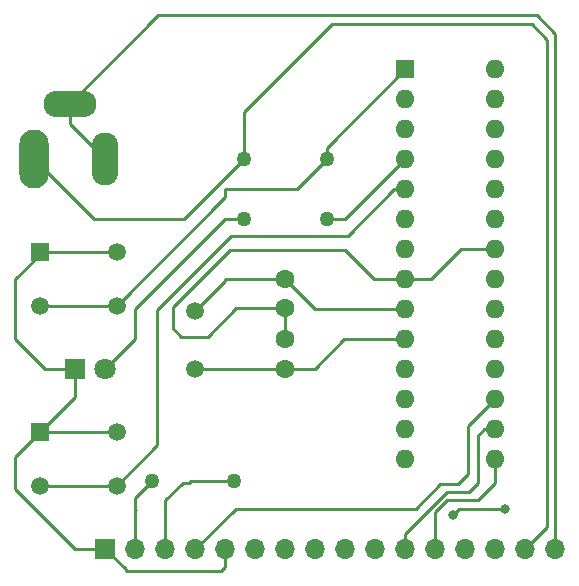
<source format=gbr>
%TF.GenerationSoftware,KiCad,Pcbnew,7.0.6*%
%TF.CreationDate,2023-08-09T01:09:07+05:30*%
%TF.ProjectId,arduinotask,61726475-696e-46f7-9461-736b2e6b6963,rev?*%
%TF.SameCoordinates,Original*%
%TF.FileFunction,Copper,L2,Bot*%
%TF.FilePolarity,Positive*%
%FSLAX46Y46*%
G04 Gerber Fmt 4.6, Leading zero omitted, Abs format (unit mm)*
G04 Created by KiCad (PCBNEW 7.0.6) date 2023-08-09 01:09:07*
%MOMM*%
%LPD*%
G01*
G04 APERTURE LIST*
%TA.AperFunction,ComponentPad*%
%ADD10C,1.600000*%
%TD*%
%TA.AperFunction,ComponentPad*%
%ADD11C,1.498000*%
%TD*%
%TA.AperFunction,ComponentPad*%
%ADD12R,1.498000X1.498000*%
%TD*%
%TA.AperFunction,ComponentPad*%
%ADD13O,1.700000X1.700000*%
%TD*%
%TA.AperFunction,ComponentPad*%
%ADD14R,1.700000X1.700000*%
%TD*%
%TA.AperFunction,ComponentPad*%
%ADD15C,1.500000*%
%TD*%
%TA.AperFunction,ComponentPad*%
%ADD16C,1.258000*%
%TD*%
%TA.AperFunction,ComponentPad*%
%ADD17O,4.500000X2.250000*%
%TD*%
%TA.AperFunction,ComponentPad*%
%ADD18O,2.250000X4.500000*%
%TD*%
%TA.AperFunction,ComponentPad*%
%ADD19O,2.500000X5.000000*%
%TD*%
%TA.AperFunction,ComponentPad*%
%ADD20R,1.600000X1.600000*%
%TD*%
%TA.AperFunction,ComponentPad*%
%ADD21O,1.600000X1.600000*%
%TD*%
%TA.AperFunction,ComponentPad*%
%ADD22R,1.800000X1.800000*%
%TD*%
%TA.AperFunction,ComponentPad*%
%ADD23C,1.800000*%
%TD*%
%TA.AperFunction,ViaPad*%
%ADD24C,0.800000*%
%TD*%
%TA.AperFunction,Conductor*%
%ADD25C,0.250000*%
%TD*%
G04 APERTURE END LIST*
D10*
%TO.P,C2,1*%
%TO.N,Net-(U1-XTAL1{slash}PB6)*%
X55880000Y-53300000D03*
%TO.P,C2,2*%
%TO.N,GND*%
X55880000Y-55800000D03*
%TD*%
D11*
%TO.P,SW1,3*%
%TO.N,unconnected-(SW1-Pad3)*%
X35098500Y-55590000D03*
D12*
%TO.P,SW1,1*%
%TO.N,GND*%
X35098500Y-51090000D03*
D11*
%TO.P,SW1,4*%
%TO.N,/RESET*%
X41598500Y-55590000D03*
%TO.P,SW1,2*%
%TO.N,GND*%
X41598500Y-51090000D03*
%TD*%
D13*
%TO.P,U2,16,LED(-)*%
%TO.N,GND*%
X78740000Y-76200000D03*
%TO.P,U2,15,LED(+)*%
%TO.N,+5V*%
X76200000Y-76200000D03*
%TO.P,U2,14,D7*%
%TO.N,/d7*%
X73660000Y-76200000D03*
%TO.P,U2,13,D6*%
%TO.N,/d6*%
X71120000Y-76200000D03*
%TO.P,U2,12,D5*%
%TO.N,/d5*%
X68580000Y-76200000D03*
%TO.P,U2,11,D4*%
%TO.N,/d4*%
X66040000Y-76200000D03*
%TO.P,U2,10,D3*%
%TO.N,unconnected-(U2-D3-Pad10)*%
X63500000Y-76200000D03*
%TO.P,U2,9,D2*%
%TO.N,unconnected-(U2-D2-Pad9)*%
X60960000Y-76200000D03*
%TO.P,U2,8,D1*%
%TO.N,unconnected-(U2-D1-Pad8)*%
X58420000Y-76200000D03*
%TO.P,U2,7,D0*%
%TO.N,unconnected-(U2-D0-Pad7)*%
X55880000Y-76200000D03*
%TO.P,U2,6,E*%
%TO.N,/rs*%
X53340000Y-76200000D03*
%TO.P,U2,5,R/W*%
%TO.N,GND*%
X50800000Y-76200000D03*
%TO.P,U2,4,RS*%
%TO.N,/e*%
X48260000Y-76200000D03*
%TO.P,U2,3,VO*%
%TO.N,Net-(U2-VO)*%
X45720000Y-76200000D03*
%TO.P,U2,2,VDD*%
%TO.N,+5V*%
X43180000Y-76200000D03*
D14*
%TO.P,U2,1,VSS*%
%TO.N,GND*%
X40640000Y-76200000D03*
%TD*%
D15*
%TO.P,Y1,1,1*%
%TO.N,Net-(U1-XTAL2{slash}PB7)*%
X48260000Y-60960000D03*
%TO.P,Y1,2,2*%
%TO.N,Net-(U1-XTAL1{slash}PB6)*%
X48260000Y-56060000D03*
%TD*%
D11*
%TO.P,SW2,3*%
%TO.N,/IN1*%
X35098500Y-70830000D03*
D12*
%TO.P,SW2,1*%
%TO.N,GND*%
X35098500Y-66330000D03*
D11*
%TO.P,SW2,4*%
%TO.N,/IN1*%
X41598500Y-70830000D03*
%TO.P,SW2,2*%
%TO.N,GND*%
X41598500Y-66330000D03*
%TD*%
D16*
%TO.P,R3,2*%
%TO.N,+5V*%
X44560000Y-70470000D03*
%TO.P,R3,1*%
%TO.N,Net-(U2-VO)*%
X51560000Y-70470000D03*
%TD*%
%TO.P,R2,1*%
%TO.N,Net-(D1-A)*%
X52380000Y-48260000D03*
%TO.P,R2,2*%
%TO.N,/LED*%
X59380000Y-48260000D03*
%TD*%
%TO.P,R1,1*%
%TO.N,+5V*%
X52380000Y-43180000D03*
%TO.P,R1,2*%
%TO.N,/RESET*%
X59380000Y-43180000D03*
%TD*%
D17*
%TO.P,J1,3*%
%TO.N,GND*%
X37640000Y-38480000D03*
D18*
%TO.P,J1,2*%
X40640000Y-43180000D03*
D19*
%TO.P,J1,1*%
%TO.N,+5V*%
X34640000Y-43180000D03*
%TD*%
D20*
%TO.P,U1,1,~{RESET}/PC6*%
%TO.N,/RESET*%
X66040000Y-35560000D03*
D21*
%TO.P,U1,2,PD0*%
%TO.N,unconnected-(U1-PD0-Pad2)*%
X66040000Y-38100000D03*
%TO.P,U1,3,PD1*%
%TO.N,unconnected-(U1-PD1-Pad3)*%
X66040000Y-40640000D03*
%TO.P,U1,4,PD2*%
%TO.N,/LED*%
X66040000Y-43180000D03*
%TO.P,U1,5,PD3*%
%TO.N,/IN1*%
X66040000Y-45720000D03*
%TO.P,U1,6,PD4*%
%TO.N,unconnected-(U1-PD4-Pad6)*%
X66040000Y-48260000D03*
%TO.P,U1,7,VCC*%
%TO.N,+5V*%
X66040000Y-50800000D03*
%TO.P,U1,8,GND*%
%TO.N,GND*%
X66040000Y-53340000D03*
%TO.P,U1,9,XTAL1/PB6*%
%TO.N,Net-(U1-XTAL1{slash}PB6)*%
X66040000Y-55880000D03*
%TO.P,U1,10,XTAL2/PB7*%
%TO.N,Net-(U1-XTAL2{slash}PB7)*%
X66040000Y-58420000D03*
%TO.P,U1,11,PD5*%
%TO.N,unconnected-(U1-PD5-Pad11)*%
X66040000Y-60960000D03*
%TO.P,U1,12,PD6*%
%TO.N,unconnected-(U1-PD6-Pad12)*%
X66040000Y-63500000D03*
%TO.P,U1,13,PD7*%
%TO.N,/d7*%
X66040000Y-66040000D03*
%TO.P,U1,14,PB0*%
%TO.N,/d6*%
X66040000Y-68580000D03*
%TO.P,U1,15,PB1*%
%TO.N,/d5*%
X73660000Y-68580000D03*
%TO.P,U1,16,PB2*%
%TO.N,/d4*%
X73660000Y-66040000D03*
%TO.P,U1,17,PB3*%
%TO.N,/e*%
X73660000Y-63500000D03*
%TO.P,U1,18,PB4*%
%TO.N,/rs*%
X73660000Y-60960000D03*
%TO.P,U1,19,PB5*%
%TO.N,unconnected-(U1-PB5-Pad19)*%
X73660000Y-58420000D03*
%TO.P,U1,20,AVCC*%
%TO.N,unconnected-(U1-AVCC-Pad20)*%
X73660000Y-55880000D03*
%TO.P,U1,21,AREF*%
%TO.N,unconnected-(U1-AREF-Pad21)*%
X73660000Y-53340000D03*
%TO.P,U1,22,GND*%
%TO.N,GND*%
X73660000Y-50800000D03*
%TO.P,U1,23,PC0*%
%TO.N,unconnected-(U1-PC0-Pad23)*%
X73660000Y-48260000D03*
%TO.P,U1,24,PC1*%
%TO.N,unconnected-(U1-PC1-Pad24)*%
X73660000Y-45720000D03*
%TO.P,U1,25,PC2*%
%TO.N,unconnected-(U1-PC2-Pad25)*%
X73660000Y-43180000D03*
%TO.P,U1,26,PC3*%
%TO.N,unconnected-(U1-PC3-Pad26)*%
X73660000Y-40640000D03*
%TO.P,U1,27,PC4*%
%TO.N,unconnected-(U1-PC4-Pad27)*%
X73660000Y-38100000D03*
%TO.P,U1,28,PC5*%
%TO.N,unconnected-(U1-PC5-Pad28)*%
X73660000Y-35560000D03*
%TD*%
D22*
%TO.P,D1,1,K*%
%TO.N,GND*%
X38100000Y-60960000D03*
D23*
%TO.P,D1,2,A*%
%TO.N,Net-(D1-A)*%
X40640000Y-60960000D03*
%TD*%
D10*
%TO.P,C1,1*%
%TO.N,Net-(U1-XTAL2{slash}PB7)*%
X55880000Y-60920000D03*
%TO.P,C1,2*%
%TO.N,GND*%
X55880000Y-58420000D03*
%TD*%
D24*
%TO.N,/rs*%
X70110000Y-73320000D03*
X74510000Y-72820000D03*
%TD*%
D25*
%TO.N,/rs*%
X70610000Y-72820000D02*
X70110000Y-73320000D01*
X74510000Y-72820000D02*
X70610000Y-72820000D01*
%TO.N,/e*%
X51690000Y-72770000D02*
X48260000Y-76200000D01*
X66960000Y-72770000D02*
X51690000Y-72770000D01*
X71360000Y-65800000D02*
X71360000Y-69870000D01*
X71360000Y-69870000D02*
X70510000Y-70720000D01*
X70510000Y-70720000D02*
X69010000Y-70720000D01*
X69010000Y-70720000D02*
X66960000Y-72770000D01*
X73660000Y-63500000D02*
X71360000Y-65800000D01*
%TO.N,+5V*%
X52380000Y-39240000D02*
X52380000Y-43180000D01*
X52360000Y-39220000D02*
X52380000Y-39240000D01*
X59810000Y-31770000D02*
X52360000Y-39220000D01*
X76760000Y-31770000D02*
X59810000Y-31770000D01*
X78060000Y-33070000D02*
X76760000Y-31770000D01*
X78060000Y-74340000D02*
X78060000Y-33070000D01*
X76200000Y-76200000D02*
X78060000Y-74340000D01*
%TO.N,GND*%
X42360000Y-77920000D02*
X40640000Y-76200000D01*
X50460000Y-78020000D02*
X42360000Y-78020000D01*
X42360000Y-78020000D02*
X42360000Y-77920000D01*
X50800000Y-77680000D02*
X50460000Y-78020000D01*
X50800000Y-76200000D02*
X50800000Y-77680000D01*
%TO.N,Net-(U2-VO)*%
X47860000Y-70470000D02*
X51560000Y-70470000D01*
X47210000Y-70570000D02*
X47760000Y-70570000D01*
X45710000Y-72070000D02*
X47210000Y-70570000D01*
X45710000Y-74150000D02*
X45710000Y-72070000D01*
X47760000Y-70570000D02*
X47860000Y-70470000D01*
X45720000Y-74160000D02*
X45710000Y-74150000D01*
%TO.N,+5V*%
X43180000Y-71850000D02*
X43180000Y-73670000D01*
X44560000Y-70470000D02*
X43180000Y-71850000D01*
X43180000Y-73670000D02*
X43180000Y-72950000D01*
X43180000Y-76200000D02*
X43180000Y-73670000D01*
%TO.N,/d4*%
X66040000Y-74940000D02*
X66040000Y-76200000D01*
X69610000Y-71370000D02*
X66040000Y-74940000D01*
X72740000Y-66040000D02*
X73660000Y-66040000D01*
X72160000Y-66620000D02*
X72740000Y-66040000D01*
X72160000Y-70620000D02*
X72160000Y-66620000D01*
X71410000Y-71370000D02*
X72160000Y-70620000D01*
X69610000Y-71370000D02*
X71410000Y-71370000D01*
%TO.N,/d5*%
X69560000Y-72070000D02*
X68580000Y-73050000D01*
X73660000Y-70570000D02*
X72160000Y-72070000D01*
X72160000Y-72070000D02*
X69560000Y-72070000D01*
X73660000Y-68580000D02*
X73660000Y-70570000D01*
X68580000Y-73050000D02*
X68580000Y-76200000D01*
%TO.N,Net-(U2-VO)*%
X45720000Y-76200000D02*
X45720000Y-74160000D01*
%TO.N,+5V*%
X43180000Y-72950000D02*
X43210000Y-72920000D01*
%TO.N,GND*%
X63380000Y-53340000D02*
X66040000Y-53340000D01*
X60910000Y-50870000D02*
X63380000Y-53340000D01*
X51210000Y-50870000D02*
X60910000Y-50870000D01*
X46360000Y-55720000D02*
X51210000Y-50870000D01*
X46360000Y-57520000D02*
X46360000Y-55720000D01*
X47060000Y-58220000D02*
X46360000Y-57520000D01*
X49310000Y-58220000D02*
X47060000Y-58220000D01*
X51730000Y-55800000D02*
X49310000Y-58220000D01*
X55880000Y-55800000D02*
X51730000Y-55800000D01*
%TO.N,/IN1*%
X65110000Y-45720000D02*
X66040000Y-45720000D01*
X61160000Y-49670000D02*
X65110000Y-45720000D01*
X51310000Y-49670000D02*
X61160000Y-49670000D01*
X45010000Y-55970000D02*
X51310000Y-49670000D01*
X45010000Y-67418500D02*
X45010000Y-55970000D01*
X41598500Y-70830000D02*
X45010000Y-67418500D01*
%TO.N,GND*%
X68190000Y-53340000D02*
X70730000Y-50800000D01*
X66040000Y-53340000D02*
X68190000Y-53340000D01*
X70730000Y-50800000D02*
X73660000Y-50800000D01*
X45100000Y-31020000D02*
X37640000Y-38480000D01*
X78740000Y-32600000D02*
X77160000Y-31020000D01*
X78740000Y-76200000D02*
X78740000Y-32600000D01*
X77160000Y-31020000D02*
X45100000Y-31020000D01*
X33020000Y-68408500D02*
X35098500Y-66330000D01*
X33020000Y-71120000D02*
X33020000Y-68408500D01*
X38100000Y-76200000D02*
X33020000Y-71120000D01*
X40640000Y-76200000D02*
X38100000Y-76200000D01*
%TO.N,Net-(U1-XTAL2{slash}PB7)*%
X60880000Y-58420000D02*
X66040000Y-58420000D01*
X58380000Y-60920000D02*
X60880000Y-58420000D01*
%TO.N,Net-(U1-XTAL1{slash}PB6)*%
X66000000Y-55840000D02*
X66040000Y-55880000D01*
X58420000Y-55840000D02*
X66000000Y-55840000D01*
X55880000Y-53300000D02*
X58420000Y-55840000D01*
%TO.N,/LED*%
X60960000Y-48260000D02*
X66040000Y-43180000D01*
%TO.N,/RESET*%
X59380000Y-43180000D02*
X59380000Y-42220000D01*
%TO.N,Net-(U1-XTAL2{slash}PB7)*%
X55880000Y-60920000D02*
X58380000Y-60920000D01*
%TO.N,/LED*%
X59380000Y-48260000D02*
X60960000Y-48260000D01*
%TO.N,/RESET*%
X59380000Y-42220000D02*
X66040000Y-35560000D01*
%TO.N,GND*%
X55880000Y-58420000D02*
X55880000Y-55800000D01*
X41598500Y-51090000D02*
X35098500Y-51090000D01*
X41598500Y-66330000D02*
X35098500Y-66330000D01*
X33020000Y-58420000D02*
X35560000Y-60960000D01*
X33020000Y-53340000D02*
X33020000Y-58420000D01*
X35098500Y-51261500D02*
X33020000Y-53340000D01*
X35098500Y-51090000D02*
X35098500Y-51261500D01*
X35560000Y-60960000D02*
X38100000Y-60960000D01*
%TO.N,/IN1*%
X35098500Y-70830000D02*
X41598500Y-70830000D01*
%TO.N,/RESET*%
X35098500Y-55590000D02*
X41598500Y-55590000D01*
%TO.N,GND*%
X38100000Y-63328500D02*
X35098500Y-66330000D01*
X38100000Y-60960000D02*
X38100000Y-63328500D01*
%TO.N,Net-(D1-A)*%
X43180000Y-55880000D02*
X50800000Y-48260000D01*
X43180000Y-58420000D02*
X43180000Y-55880000D01*
X50800000Y-48260000D02*
X52380000Y-48260000D01*
X40640000Y-60960000D02*
X43180000Y-58420000D01*
%TO.N,Net-(U1-XTAL2{slash}PB7)*%
X55840000Y-60960000D02*
X55880000Y-60920000D01*
X48260000Y-60960000D02*
X55840000Y-60960000D01*
%TO.N,Net-(U1-XTAL1{slash}PB6)*%
X50800000Y-53340000D02*
X50840000Y-53300000D01*
X50840000Y-53300000D02*
X55880000Y-53300000D01*
X50800000Y-53520000D02*
X50800000Y-53340000D01*
X48260000Y-56060000D02*
X50800000Y-53520000D01*
%TO.N,/RESET*%
X50800000Y-46388500D02*
X41598500Y-55590000D01*
X56840000Y-45720000D02*
X50800000Y-45720000D01*
X50800000Y-45720000D02*
X50800000Y-46388500D01*
X59380000Y-43180000D02*
X56840000Y-45720000D01*
%TO.N,+5V*%
X39720000Y-48260000D02*
X47300000Y-48260000D01*
X47300000Y-48260000D02*
X52380000Y-43180000D01*
X34640000Y-43180000D02*
X39720000Y-48260000D01*
%TO.N,GND*%
X37640000Y-40180000D02*
X37640000Y-38480000D01*
X40640000Y-43180000D02*
X37640000Y-40180000D01*
%TD*%
M02*

</source>
